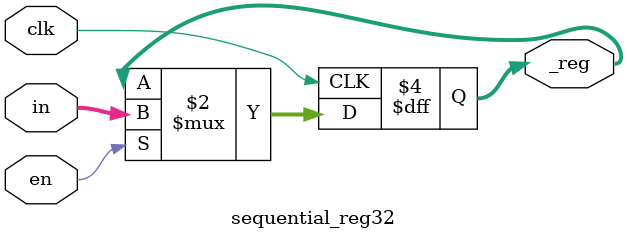
<source format=v>
`timescale 1ns / 1ps

module sequential_reg32(
    input wire clk,
    input wire en,
    input wire[31:0] in,
    output reg[31:0] _reg
    );
    
    always @ (posedge clk) begin
        if (en) _reg <= in;
    end
endmodule

</source>
